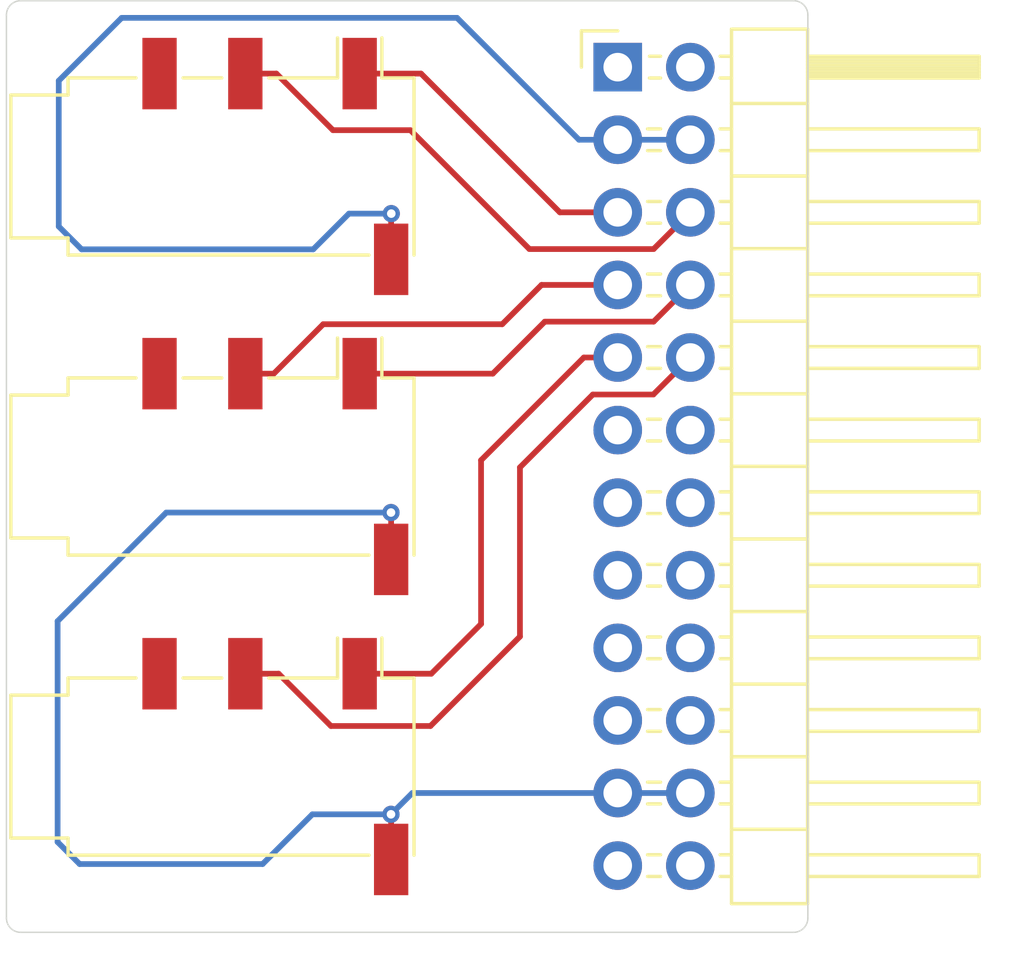
<source format=kicad_pcb>
(kicad_pcb (version 20240108) (generator "pcbnew") (generator_version "8.0")
  (layers (0 "F.Cu" signal) (31 "B.Cu" signal) (34 "B.Paste" user) (35 "F.Paste" user) (36 "B.SilkS" user "B.Silkscreen") (37 "F.SilkS" user "F.Silkscreen") (38 "B.Mask" user) (39 "F.Mask" user) (44 "Edge.Cuts" user))
  (net 0 "")
  (net 1 "/IN6-")
  (net 2 "/IN0+")
  (net 3 "/IN7+")
  (net 4 "/IN7-")
  (net 5 "/IN3-")
  (net 6 "/SDA{slash}A4")
  (net 7 "/IN0-")
  (net 8 "/IN5-")
  (net 9 "/IN5+")
  (net 10 "VIN")
  (net 11 "/IN4-")
  (net 12 "GND")
  (net 13 "/IN1+")
  (net 14 "/IN2+")
  (net 15 "/IN2-")
  (net 16 "/SCL{slash}A5")
  (net 17 "/IN6+")
  (net 18 "/A0")
  (net 19 "/IN3+")
  (net 20 "/IN4+")
  (net 21 "/IN1-")
  (footprint "Connector_PinHeader_2.54mm:PinHeader_2x12_P2.54mm_Horizontal" (layer "F.Cu") (at 142.85 126.025)
    (property "Reference" "J1" (hide yes))
    (property "Value" "Conn_02x12_Odd_Even")
    (fp_line (start -1.27 -1.27) (end 0 -1.27) (stroke (width 0.12)) (layer "F.SilkS"))
    (fp_line (start -1.27 0) (end -1.27 -1.27) (stroke (width 0.12)) (layer "F.SilkS"))
    (fp_line (start 1.042929 2.16) (end 1.497071 2.16) (stroke (width 0.12)) (layer "F.SilkS"))
    (fp_line (start 1.042929 2.92) (end 1.497071 2.92) (stroke (width 0.12)) (layer "F.SilkS"))
    (fp_line (start 1.042929 4.7) (end 1.497071 4.7) (stroke (width 0.12)) (layer "F.SilkS"))
    (fp_line (start 1.042929 5.46) (end 1.497071 5.46) (stroke (width 0.12)) (layer "F.SilkS"))
    (fp_line (start 1.042929 7.24) (end 1.497071 7.24) (stroke (width 0.12)) (layer "F.SilkS"))
    (fp_line (start 1.042929 8) (end 1.497071 8) (stroke (width 0.12)) (layer "F.SilkS"))
    (fp_line (start 1.042929 9.78) (end 1.497071 9.78) (stroke (width 0.12)) (layer "F.SilkS"))
    (fp_line (start 1.042929 10.54) (end 1.497071 10.54) (stroke (width 0.12)) (layer "F.SilkS"))
    (fp_line (start 1.042929 12.32) (end 1.497071 12.32) (stroke (width 0.12)) (layer "F.SilkS"))
    (fp_line (start 1.042929 13.08) (end 1.497071 13.08) (stroke (width 0.12)) (layer "F.SilkS"))
    (fp_line (start 1.042929 14.86) (end 1.497071 14.86) (stroke (width 0.12)) (layer "F.SilkS"))
    (fp_line (start 1.042929 15.62) (end 1.497071 15.62) (stroke (width 0.12)) (layer "F.SilkS"))
    (fp_line (start 1.042929 17.4) (end 1.497071 17.4) (stroke (width 0.12)) (layer "F.SilkS"))
    (fp_line (start 1.042929 18.16) (end 1.497071 18.16) (stroke (width 0.12)) (layer "F.SilkS"))
    (fp_line (start 1.042929 19.94) (end 1.497071 19.94) (stroke (width 0.12)) (layer "F.SilkS"))
    (fp_line (start 1.042929 20.7) (end 1.497071 20.7) (stroke (width 0.12)) (layer "F.SilkS"))
    (fp_line (start 1.042929 22.48) (end 1.497071 22.48) (stroke (width 0.12)) (layer "F.SilkS"))
    (fp_line (start 1.042929 23.24) (end 1.497071 23.24) (stroke (width 0.12)) (layer "F.SilkS"))
    (fp_line (start 1.042929 25.02) (end 1.497071 25.02) (stroke (width 0.12)) (layer "F.SilkS"))
    (fp_line (start 1.042929 25.78) (end 1.497071 25.78) (stroke (width 0.12)) (layer "F.SilkS"))
    (fp_line (start 1.042929 27.56) (end 1.497071 27.56) (stroke (width 0.12)) (layer "F.SilkS"))
    (fp_line (start 1.042929 28.32) (end 1.497071 28.32) (stroke (width 0.12)) (layer "F.SilkS"))
    (fp_line (start 1.11 -0.38) (end 1.497071 -0.38) (stroke (width 0.12)) (layer "F.SilkS"))
    (fp_line (start 1.11 0.38) (end 1.497071 0.38) (stroke (width 0.12)) (layer "F.SilkS"))
    (fp_line (start 3.582929 -0.38) (end 3.98 -0.38) (stroke (width 0.12)) (layer "F.SilkS"))
    (fp_line (start 3.582929 0.38) (end 3.98 0.38) (stroke (width 0.12)) (layer "F.SilkS"))
    (fp_line (start 3.582929 2.16) (end 3.98 2.16) (stroke (width 0.12)) (layer "F.SilkS"))
    (fp_line (start 3.582929 2.92) (end 3.98 2.92) (stroke (width 0.12)) (layer "F.SilkS"))
    (fp_line (start 3.582929 4.7) (end 3.98 4.7) (stroke (width 0.12)) (layer "F.SilkS"))
    (fp_line (start 3.582929 5.46) (end 3.98 5.46) (stroke (width 0.12)) (layer "F.SilkS"))
    (fp_line (start 3.582929 7.24) (end 3.98 7.24) (stroke (width 0.12)) (layer "F.SilkS"))
    (fp_line (start 3.582929 8) (end 3.98 8) (stroke (width 0.12)) (layer "F.SilkS"))
    (fp_line (start 3.582929 9.78) (end 3.98 9.78) (stroke (width 0.12)) (layer "F.SilkS"))
    (fp_line (start 3.582929 10.54) (end 3.98 10.54) (stroke (width 0.12)) (layer "F.SilkS"))
    (fp_line (start 3.582929 12.32) (end 3.98 12.32) (stroke (width 0.12)) (layer "F.SilkS"))
    (fp_line (start 3.582929 13.08) (end 3.98 13.08) (stroke (width 0.12)) (layer "F.SilkS"))
    (fp_line (start 3.582929 14.86) (end 3.98 14.86) (stroke (width 0.12)) (layer "F.SilkS"))
    (fp_line (start 3.582929 15.62) (end 3.98 15.62) (stroke (width 0.12)) (layer "F.SilkS"))
    (fp_line (start 3.582929 17.4) (end 3.98 17.4) (stroke (width 0.12)) (layer "F.SilkS"))
    (fp_line (start 3.582929 18.16) (end 3.98 18.16) (stroke (width 0.12)) (layer "F.SilkS"))
    (fp_line (start 3.582929 19.94) (end 3.98 19.94) (stroke (width 0.12)) (layer "F.SilkS"))
    (fp_line (start 3.582929 20.7) (end 3.98 20.7) (stroke (width 0.12)) (layer "F.SilkS"))
    (fp_line (start 3.582929 22.48) (end 3.98 22.48) (stroke (width 0.12)) (layer "F.SilkS"))
    (fp_line (start 3.582929 23.24) (end 3.98 23.24) (stroke (width 0.12)) (layer "F.SilkS"))
    (fp_line (start 3.582929 25.02) (end 3.98 25.02) (stroke (width 0.12)) (layer "F.SilkS"))
    (fp_line (start 3.582929 25.78) (end 3.98 25.78) (stroke (width 0.12)) (layer "F.SilkS"))
    (fp_line (start 3.582929 27.56) (end 3.98 27.56) (stroke (width 0.12)) (layer "F.SilkS"))
    (fp_line (start 3.582929 28.32) (end 3.98 28.32) (stroke (width 0.12)) (layer "F.SilkS"))
    (fp_line (start 3.98 -1.33) (end 3.98 29.27) (stroke (width 0.12)) (layer "F.SilkS"))
    (fp_line (start 3.98 1.27) (end 6.64 1.27) (stroke (width 0.12)) (layer "F.SilkS"))
    (fp_line (start 3.98 3.81) (end 6.64 3.81) (stroke (width 0.12)) (layer "F.SilkS"))
    (fp_line (start 3.98 6.35) (end 6.64 6.35) (stroke (width 0.12)) (layer "F.SilkS"))
    (fp_line (start 3.98 8.89) (end 6.64 8.89) (stroke (width 0.12)) (layer "F.SilkS"))
    (fp_line (start 3.98 11.43) (end 6.64 11.43) (stroke (width 0.12)) (layer "F.SilkS"))
    (fp_line (start 3.98 13.97) (end 6.64 13.97) (stroke (width 0.12)) (layer "F.SilkS"))
    (fp_line (start 3.98 16.51) (end 6.64 16.51) (stroke (width 0.12)) (layer "F.SilkS"))
    (fp_line (start 3.98 19.05) (end 6.64 19.05) (stroke (width 0.12)) (layer "F.SilkS"))
    (fp_line (start 3.98 21.59) (end 6.64 21.59) (stroke (width 0.12)) (layer "F.SilkS"))
    (fp_line (start 3.98 24.13) (end 6.64 24.13) (stroke (width 0.12)) (layer "F.SilkS"))
    (fp_line (start 3.98 26.67) (end 6.64 26.67) (stroke (width 0.12)) (layer "F.SilkS"))
    (fp_line (start 3.98 29.27) (end 6.64 29.27) (stroke (width 0.12)) (layer "F.SilkS"))
    (fp_line (start 6.64 -1.33) (end 3.98 -1.33) (stroke (width 0.12)) (layer "F.SilkS"))
    (fp_line (start 6.64 -0.38) (end 12.64 -0.38) (stroke (width 0.12)) (layer "F.SilkS"))
    (fp_line (start 6.64 -0.32) (end 12.64 -0.32) (stroke (width 0.12)) (layer "F.SilkS"))
    (fp_line (start 6.64 -0.2) (end 12.64 -0.2) (stroke (width 0.12)) (layer "F.SilkS"))
    (fp_line (start 6.64 -0.08) (end 12.64 -0.08) (stroke (width 0.12)) (layer "F.SilkS"))
    (fp_line (start 6.64 0.04) (end 12.64 0.04) (stroke (width 0.12)) (layer "F.SilkS"))
    (fp_line (start 6.64 0.16) (end 12.64 0.16) (stroke (width 0.12)) (layer "F.SilkS"))
    (fp_line (start 6.64 0.28) (end 12.64 0.28) (stroke (width 0.12)) (layer "F.SilkS"))
    (fp_line (start 6.64 2.16) (end 12.64 2.16) (stroke (width 0.12)) (layer "F.SilkS"))
    (fp_line (start 6.64 4.7) (end 12.64 4.7) (stroke (width 0.12)) (layer "F.SilkS"))
    (fp_line (start 6.64 7.24) (end 12.64 7.24) (stroke (width 0.12)) (layer "F.SilkS"))
    (fp_line (start 6.64 9.78) (end 12.64 9.78) (stroke (width 0.12)) (layer "F.SilkS"))
    (fp_line (start 6.64 12.32) (end 12.64 12.32) (stroke (width 0.12)) (layer "F.SilkS"))
    (fp_line (start 6.64 14.86) (end 12.64 14.86) (stroke (width 0.12)) (layer "F.SilkS"))
    (fp_line (start 6.64 17.4) (end 12.64 17.4) (stroke (width 0.12)) (layer "F.SilkS"))
    (fp_line (start 6.64 19.94) (end 12.64 19.94) (stroke (width 0.12)) (layer "F.SilkS"))
    (fp_line (start 6.64 22.48) (end 12.64 22.48) (stroke (width 0.12)) (layer "F.SilkS"))
    (fp_line (start 6.64 25.02) (end 12.64 25.02) (stroke (width 0.12)) (layer "F.SilkS"))
    (fp_line (start 6.64 27.56) (end 12.64 27.56) (stroke (width 0.12)) (layer "F.SilkS"))
    (fp_line (start 6.64 29.27) (end 6.64 -1.33) (stroke (width 0.12)) (layer "F.SilkS"))
    (fp_line (start 12.64 -0.38) (end 12.64 0.38) (stroke (width 0.12)) (layer "F.SilkS"))
    (fp_line (start 12.64 0.38) (end 6.64 0.38) (stroke (width 0.12)) (layer "F.SilkS"))
    (fp_line (start 12.64 2.16) (end 12.64 2.92) (stroke (width 0.12)) (layer "F.SilkS"))
    (fp_line (start 12.64 2.92) (end 6.64 2.92) (stroke (width 0.12)) (layer "F.SilkS"))
    (fp_line (start 12.64 4.7) (end 12.64 5.46) (stroke (width 0.12)) (layer "F.SilkS"))
    (fp_line (start 12.64 5.46) (end 6.64 5.46) (stroke (width 0.12)) (layer "F.SilkS"))
    (fp_line (start 12.64 7.24) (end 12.64 8) (stroke (width 0.12)) (layer "F.SilkS"))
    (fp_line (start 12.64 8) (end 6.64 8) (stroke (width 0.12)) (layer "F.SilkS"))
    (fp_line (start 12.64 9.78) (end 12.64 10.54) (stroke (width 0.12)) (layer "F.SilkS"))
    (fp_line (start 12.64 10.54) (end 6.64 10.54) (stroke (width 0.12)) (layer "F.SilkS"))
    (fp_line (start 12.64 12.32) (end 12.64 13.08) (stroke (width 0.12)) (layer "F.SilkS"))
    (fp_line (start 12.64 13.08) (end 6.64 13.08) (stroke (width 0.12)) (layer "F.SilkS"))
    (fp_line (start 12.64 14.86) (end 12.64 15.62) (stroke (width 0.12)) (layer "F.SilkS"))
    (fp_line (start 12.64 15.62) (end 6.64 15.62) (stroke (width 0.12)) (layer "F.SilkS"))
    (fp_line (start 12.64 17.4) (end 12.64 18.16) (stroke (width 0.12)) (layer "F.SilkS"))
    (fp_line (start 12.64 18.16) (end 6.64 18.16) (stroke (width 0.12)) (layer "F.SilkS"))
    (fp_line (start 12.64 19.94) (end 12.64 20.7) (stroke (width 0.12)) (layer "F.SilkS"))
    (fp_line (start 12.64 20.7) (end 6.64 20.7) (stroke (width 0.12)) (layer "F.SilkS"))
    (fp_line (start 12.64 22.48) (end 12.64 23.24) (stroke (width 0.12)) (layer "F.SilkS"))
    (fp_line (start 12.64 23.24) (end 6.64 23.24) (stroke (width 0.12)) (layer "F.SilkS"))
    (fp_line (start 12.64 25.02) (end 12.64 25.78) (stroke (width 0.12)) (layer "F.SilkS"))
    (fp_line (start 12.64 25.78) (end 6.64 25.78) (stroke (width 0.12)) (layer "F.SilkS"))
    (fp_line (start 12.64 27.56) (end 12.64 28.32) (stroke (width 0.12)) (layer "F.SilkS"))
    (fp_line (start 12.64 28.32) (end 6.64 28.32) (stroke (width 0.12)) (layer "F.SilkS"))
    (pad "1" thru_hole rect (at 0 0) (size 1.7 1.7) (drill 1) (layers "*.Cu" "*.Mask") (net 6 "/SDA{slash}A4"))
    (pad "2" thru_hole oval (at 2.54 0) (size 1.7 1.7) (drill 1) (layers "*.Cu" "*.Mask") (net 16 "/SCL{slash}A5"))
    (pad "3" thru_hole oval (at 0 2.54) (size 1.7 1.7) (drill 1) (layers "*.Cu" "*.Mask") (net 12 "GND"))
    (pad "4" thru_hole oval (at 2.54 2.54) (size 1.7 1.7) (drill 1) (layers "*.Cu" "*.Mask") (net 12 "GND"))
    (pad "5" thru_hole oval (at 0 5.08) (size 1.7 1.7) (drill 1) (layers "*.Cu" "*.Mask") (net 2 "/IN0+"))
    (pad "6" thru_hole oval (at 2.54 5.08) (size 1.7 1.7) (drill 1) (layers "*.Cu" "*.Mask") (net 7 "/IN0-"))
    (pad "7" thru_hole oval (at 0 7.62) (size 1.7 1.7) (drill 1) (layers "*.Cu" "*.Mask") (net 21 "/IN1-"))
    (pad "8" thru_hole oval (at 2.54 7.62) (size 1.7 1.7) (drill 1) (layers "*.Cu" "*.Mask") (net 13 "/IN1+"))
    (pad "9" thru_hole oval (at 0 10.16) (size 1.7 1.7) (drill 1) (layers "*.Cu" "*.Mask") (net 14 "/IN2+"))
    (pad "10" thru_hole oval (at 2.54 10.16) (size 1.7 1.7) (drill 1) (layers "*.Cu" "*.Mask") (net 15 "/IN2-"))
    (pad "11" thru_hole oval (at 0 12.7) (size 1.7 1.7) (drill 1) (layers "*.Cu" "*.Mask") (net 5 "/IN3-"))
    (pad "12" thru_hole oval (at 2.54 12.7) (size 1.7 1.7) (drill 1) (layers "*.Cu" "*.Mask") (net 19 "/IN3+"))
    (pad "13" thru_hole oval (at 0 15.24) (size 1.7 1.7) (drill 1) (layers "*.Cu" "*.Mask") (net 20 "/IN4+"))
    (pad "14" thru_hole oval (at 2.54 15.24) (size 1.7 1.7) (drill 1) (layers "*.Cu" "*.Mask") (net 11 "/IN4-"))
    (pad "15" thru_hole oval (at 0 17.78) (size 1.7 1.7) (drill 1) (layers "*.Cu" "*.Mask") (net 8 "/IN5-"))
    (pad "16" thru_hole oval (at 2.54 17.78) (size 1.7 1.7) (drill 1) (layers "*.Cu" "*.Mask") (net 9 "/IN5+"))
    (pad "17" thru_hole oval (at 0 20.32) (size 1.7 1.7) (drill 1) (layers "*.Cu" "*.Mask") (net 17 "/IN6+"))
    (pad "18" thru_hole oval (at 2.54 20.32) (size 1.7 1.7) (drill 1) (layers "*.Cu" "*.Mask") (net 1 "/IN6-"))
    (pad "19" thru_hole oval (at 0 22.86) (size 1.7 1.7) (drill 1) (layers "*.Cu" "*.Mask") (net 4 "/IN7-"))
    (pad "20" thru_hole oval (at 2.54 22.86) (size 1.7 1.7) (drill 1) (layers "*.Cu" "*.Mask") (net 3 "/IN7+"))
    (pad "21" thru_hole oval (at 0 25.4) (size 1.7 1.7) (drill 1) (layers "*.Cu" "*.Mask") (net 12 "GND"))
    (pad "22" thru_hole oval (at 2.54 25.4) (size 1.7 1.7) (drill 1) (layers "*.Cu" "*.Mask") (net 12 "GND"))
    (pad "23" thru_hole oval (at 0 27.94) (size 1.7 1.7) (drill 1) (layers "*.Cu" "*.Mask") (net 18 "/A0"))
    (pad "24" thru_hole oval (at 2.54 27.94) (size 1.7 1.7) (drill 1) (layers "*.Cu" "*.Mask") (net 10 "VIN"))
  )
  (footprint "Connector_Audio:Jack_3.5mm_PJ320D_Horizontal" (layer "F.Cu") (at 130 140)
    (property "Reference" "J3" (hide yes))
    (property "Value" "AudioJack4")
    (fp_line (start -8.375 -2.5) (end -8.375 2.5) (stroke (width 0.12)) (layer "F.SilkS"))
    (fp_line (start -6.375 -3.1) (end -6.375 -2.5) (stroke (width 0.12)) (layer "F.SilkS"))
    (fp_line (start -6.375 -3.1) (end -4 -3.1) (stroke (width 0.12)) (layer "F.SilkS"))
    (fp_line (start -6.375 -2.5) (end -8.375 -2.5) (stroke (width 0.12)) (layer "F.SilkS"))
    (fp_line (start -6.375 2.5) (end -8.375 2.5) (stroke (width 0.12)) (layer "F.SilkS"))
    (fp_line (start -6.375 2.5) (end -6.375 3.1) (stroke (width 0.12)) (layer "F.SilkS"))
    (fp_line (start -2.35 -3.1) (end -1 -3.1) (stroke (width 0.12)) (layer "F.SilkS"))
    (fp_line (start 0.65 -3.1) (end 3.05 -3.1) (stroke (width 0.12)) (layer "F.SilkS"))
    (fp_line (start 3.05 -3.1) (end 3.05 -4.5) (stroke (width 0.12)) (layer "F.SilkS"))
    (fp_line (start 4.15 3.1) (end -6.375 3.1) (stroke (width 0.12)) (layer "F.SilkS"))
    (fp_line (start 4.6 -3.1) (end 4.6 -4.5) (stroke (width 0.12)) (layer "F.SilkS"))
    (fp_line (start 4.6 -3.1) (end 5.725 -3.1) (stroke (width 0.12)) (layer "F.SilkS"))
    (fp_line (start 5.725 3.1) (end 5.725 -3.1) (stroke (width 0.12)) (layer "F.SilkS"))
    (pad "" np_thru_hole circle (at -4.775 0) (size 1.5 1.5) (drill 1.5) (layers "*.Cu" "*.Mask"))
    (pad "" np_thru_hole circle (at 2.225 0) (size 1.5 1.5) (drill 1.5) (layers "*.Cu" "*.Mask"))
    (pad "R1" smd rect (at -0.175 -3.25) (size 1.2 2.5) (layers "F.Cu" "F.Paste" "F.Mask") (net 21 "/IN1-"))
    (pad "R2" smd rect (at -3.175 -3.25) (size 1.2 2.5) (layers "F.Cu" "F.Paste" "F.Mask"))
    (pad "S" smd rect (at 4.925 3.25) (size 1.2 2.5) (layers "F.Cu" "F.Paste" "F.Mask") (net 12 "GND"))
    (pad "T" smd rect (at 3.825 -3.25) (size 1.2 2.5) (layers "F.Cu" "F.Paste" "F.Mask") (net 13 "/IN1+"))
  )
  (footprint "Connector_Audio:Jack_3.5mm_PJ320D_Horizontal" (layer "F.Cu") (at 130 129.5)
    (property "Reference" "J2" (hide yes))
    (property "Value" "AudioJack4")
    (fp_line (start -8.375 -2.5) (end -8.375 2.5) (stroke (width 0.12)) (layer "F.SilkS"))
    (fp_line (start -6.375 -3.1) (end -6.375 -2.5) (stroke (width 0.12)) (layer "F.SilkS"))
    (fp_line (start -6.375 -3.1) (end -4 -3.1) (stroke (width 0.12)) (layer "F.SilkS"))
    (fp_line (start -6.375 -2.5) (end -8.375 -2.5) (stroke (width 0.12)) (layer "F.SilkS"))
    (fp_line (start -6.375 2.5) (end -8.375 2.5) (stroke (width 0.12)) (layer "F.SilkS"))
    (fp_line (start -6.375 2.5) (end -6.375 3.1) (stroke (width 0.12)) (layer "F.SilkS"))
    (fp_line (start -2.35 -3.1) (end -1 -3.1) (stroke (width 0.12)) (layer "F.SilkS"))
    (fp_line (start 0.65 -3.1) (end 3.05 -3.1) (stroke (width 0.12)) (layer "F.SilkS"))
    (fp_line (start 3.05 -3.1) (end 3.05 -4.5) (stroke (width 0.12)) (layer "F.SilkS"))
    (fp_line (start 4.15 3.1) (end -6.375 3.1) (stroke (width 0.12)) (layer "F.SilkS"))
    (fp_line (start 4.6 -3.1) (end 4.6 -4.5) (stroke (width 0.12)) (layer "F.SilkS"))
    (fp_line (start 4.6 -3.1) (end 5.725 -3.1) (stroke (width 0.12)) (layer "F.SilkS"))
    (fp_line (start 5.725 3.1) (end 5.725 -3.1) (stroke (width 0.12)) (layer "F.SilkS"))
    (pad "" np_thru_hole circle (at -4.775 0) (size 1.5 1.5) (drill 1.5) (layers "*.Cu" "*.Mask"))
    (pad "" np_thru_hole circle (at 2.225 0) (size 1.5 1.5) (drill 1.5) (layers "*.Cu" "*.Mask"))
    (pad "R1" smd rect (at -0.175 -3.25) (size 1.2 2.5) (layers "F.Cu" "F.Paste" "F.Mask") (net 7 "/IN0-"))
    (pad "R2" smd rect (at -3.175 -3.25) (size 1.2 2.5) (layers "F.Cu" "F.Paste" "F.Mask"))
    (pad "S" smd rect (at 4.925 3.25) (size 1.2 2.5) (layers "F.Cu" "F.Paste" "F.Mask") (net 12 "GND"))
    (pad "T" smd rect (at 3.825 -3.25) (size 1.2 2.5) (layers "F.Cu" "F.Paste" "F.Mask") (net 2 "/IN0+"))
  )
  (footprint "Connector_Audio:Jack_3.5mm_PJ320D_Horizontal" (layer "F.Cu") (at 130 150.5)
    (property "Reference" "J4" (hide yes))
    (property "Value" "AudioJack4")
    (fp_line (start -8.375 -2.5) (end -8.375 2.5) (stroke (width 0.12)) (layer "F.SilkS"))
    (fp_line (start -6.375 -3.1) (end -6.375 -2.5) (stroke (width 0.12)) (layer "F.SilkS"))
    (fp_line (start -6.375 -3.1) (end -4 -3.1) (stroke (width 0.12)) (layer "F.SilkS"))
    (fp_line (start -6.375 -2.5) (end -8.375 -2.5) (stroke (width 0.12)) (layer "F.SilkS"))
    (fp_line (start -6.375 2.5) (end -8.375 2.5) (stroke (width 0.12)) (layer "F.SilkS"))
    (fp_line (start -6.375 2.5) (end -6.375 3.1) (stroke (width 0.12)) (layer "F.SilkS"))
    (fp_line (start -2.35 -3.1) (end -1 -3.1) (stroke (width 0.12)) (layer "F.SilkS"))
    (fp_line (start 0.65 -3.1) (end 3.05 -3.1) (stroke (width 0.12)) (layer "F.SilkS"))
    (fp_line (start 3.05 -3.1) (end 3.05 -4.5) (stroke (width 0.12)) (layer "F.SilkS"))
    (fp_line (start 4.15 3.1) (end -6.375 3.1) (stroke (width 0.12)) (layer "F.SilkS"))
    (fp_line (start 4.6 -3.1) (end 4.6 -4.5) (stroke (width 0.12)) (layer "F.SilkS"))
    (fp_line (start 4.6 -3.1) (end 5.725 -3.1) (stroke (width 0.12)) (layer "F.SilkS"))
    (fp_line (start 5.725 3.1) (end 5.725 -3.1) (stroke (width 0.12)) (layer "F.SilkS"))
    (pad "" np_thru_hole circle (at -4.775 0) (size 1.5 1.5) (drill 1.5) (layers "*.Cu" "*.Mask"))
    (pad "" np_thru_hole circle (at 2.225 0) (size 1.5 1.5) (drill 1.5) (layers "*.Cu" "*.Mask"))
    (pad "R1" smd rect (at -0.175 -3.25) (size 1.2 2.5) (layers "F.Cu" "F.Paste" "F.Mask") (net 15 "/IN2-"))
    (pad "R2" smd rect (at -3.175 -3.25) (size 1.2 2.5) (layers "F.Cu" "F.Paste" "F.Mask"))
    (pad "S" smd rect (at 4.925 3.25) (size 1.2 2.5) (layers "F.Cu" "F.Paste" "F.Mask") (net 12 "GND"))
    (pad "T" smd rect (at 3.825 -3.25) (size 1.2 2.5) (layers "F.Cu" "F.Paste" "F.Mask") (net 14 "/IN2+"))
  )
  (gr_arc (start 149.5 155.8) (mid 149.353553 156.153553) (end 149 156.3) (stroke (width 0.05)) (layer "Edge.Cuts"))
  (gr_line (start 149 156.3) (end 121.97 156.3) (stroke (width 0.05)) (layer "Edge.Cuts"))
  (gr_arc (start 121.47 124.2) (mid 121.616447 123.846447) (end 121.97 123.7) (stroke (width 0.05)) (layer "Edge.Cuts"))
  (gr_arc (start 149 123.7) (mid 149.353553 123.846447) (end 149.5 124.2) (stroke (width 0.05)) (layer "Edge.Cuts"))
  (gr_line (start 149.5 124.2) (end 149.5 155.8) (stroke (width 0.05)) (layer "Edge.Cuts"))
  (gr_line (start 121.97 123.7) (end 149 123.7) (stroke (width 0.05)) (layer "Edge.Cuts"))
  (gr_arc (start 121.97 156.3) (mid 121.616447 156.153553) (end 121.47 155.8) (stroke (width 0.05)) (layer "Edge.Cuts"))
  (gr_line (start 121.47 155.8) (end 121.47 124.2) (stroke (width 0.05)) (layer "Edge.Cuts"))
  (segment (start 135.97 126.25) (end 140.825 131.105) (width 0.2) (layer "F.Cu") (net 2))
  (segment (start 140.825 131.105) (end 142.85 131.105) (width 0.2) (layer "F.Cu") (net 2))
  (segment (start 133.825 126.25) (end 135.97 126.25) (width 0.2) (layer "F.Cu") (net 2))
  (segment (start 135.6 128.23) (end 139.76 132.39) (width 0.2) (layer "F.Cu") (net 7))
  (segment (start 129.825 126.25) (end 130.91 126.25) (width 0.2) (layer "F.Cu") (net 7))
  (segment (start 130.91 126.25) (end 132.89 128.23) (width 0.2) (layer "F.Cu") (net 7))
  (segment (start 132.89 128.23) (end 135.6 128.23) (width 0.2) (layer "F.Cu") (net 7))
  (segment (start 144.105 132.39) (end 145.39 131.105) (width 0.2) (layer "F.Cu") (net 7))
  (segment (start 139.76 132.39) (end 144.105 132.39) (width 0.2) (layer "F.Cu") (net 7))
  (segment (start 134.925 153.75) (end 134.925 152.175) (width 0.2) (layer "F.Cu") (net 12))
  (segment (start 134.925 131.155) (end 134.93 131.15) (width 0.2) (layer "F.Cu") (net 12))
  (segment (start 134.925 141.615) (end 134.92 141.61) (width 0.2) (layer "F.Cu") (net 12))
  (segment (start 134.925 152.175) (end 134.92 152.17) (width 0.2) (layer "F.Cu") (net 12))
  (segment (start 134.925 132.75) (end 134.925 131.155) (width 0.2) (layer "F.Cu") (net 12))
  (segment (start 134.925 143.25) (end 134.925 141.615) (width 0.2) (layer "F.Cu") (net 12))
  (via (at 134.92 152.17) (size 0.6) (drill 0.3) (layers "F.Cu" "B.Cu") (net 12))
  (via (at 134.92 141.61) (size 0.6) (drill 0.3) (layers "F.Cu" "B.Cu") (net 12))
  (via (at 134.93 131.15) (size 0.6) (drill 0.3) (layers "F.Cu" "B.Cu") (net 12))
  (segment (start 135.665 151.425) (end 142.85 151.425) (width 0.2) (layer "B.Cu") (net 12))
  (segment (start 145.39 151.425) (end 142.85 151.425) (width 0.2) (layer "B.Cu") (net 12))
  (segment (start 145.39 128.565) (end 142.85 128.565) (width 0.2) (layer "B.Cu") (net 12))
  (segment (start 123.3 126.5) (end 123.3 131.6) (width 0.2) (layer "B.Cu") (net 12))
  (segment (start 132.2 132.4) (end 133.45 131.15) (width 0.2) (layer "B.Cu") (net 12))
  (segment (start 130.43 153.91) (end 132.17 152.17) (width 0.2) (layer "B.Cu") (net 12))
  (segment (start 134.92 141.61) (end 127.06 141.61) (width 0.2) (layer "B.Cu") (net 12))
  (segment (start 133.45 131.15) (end 134.93 131.15) (width 0.2) (layer "B.Cu") (net 12))
  (segment (start 141.495 128.565) (end 137.23 124.3) (width 0.2) (layer "B.Cu") (net 12))
  (segment (start 132.17 152.17) (end 134.92 152.17) (width 0.2) (layer "B.Cu") (net 12))
  (segment (start 123.3 131.6) (end 124.1 132.4) (width 0.2) (layer "B.Cu") (net 12))
  (segment (start 125.5 124.3) (end 123.3 126.5) (width 0.2) (layer "B.Cu") (net 12))
  (segment (start 124.03 153.91) (end 130.43 153.91) (width 0.2) (layer "B.Cu") (net 12))
  (segment (start 127.06 141.61) (end 123.26 145.41) (width 0.2) (layer "B.Cu") (net 12))
  (segment (start 124.1 132.4) (end 132.2 132.4) (width 0.2) (layer "B.Cu") (net 12))
  (segment (start 123.26 145.41) (end 123.26 153.14) (width 0.2) (layer "B.Cu") (net 12))
  (segment (start 123.26 153.14) (end 124.03 153.91) (width 0.2) (layer "B.Cu") (net 12))
  (segment (start 137.23 124.3) (end 125.5 124.3) (width 0.2) (layer "B.Cu") (net 12))
  (segment (start 142.85 128.565) (end 141.495 128.565) (width 0.2) (layer "B.Cu") (net 12))
  (segment (start 134.92 152.17) (end 135.665 151.425) (width 0.2) (layer "B.Cu") (net 12))
  (segment (start 133.825 136.75) (end 138.48 136.75) (width 0.2) (layer "F.Cu") (net 13))
  (segment (start 144.105 134.93) (end 145.39 133.645) (width 0.2) (layer "F.Cu") (net 13))
  (segment (start 140.3 134.93) (end 144.105 134.93) (width 0.2) (layer "F.Cu") (net 13))
  (segment (start 138.48 136.75) (end 140.3 134.93) (width 0.2) (layer "F.Cu") (net 13))
  (segment (start 138.07 139.78) (end 141.665 136.185) (width 0.2) (layer "F.Cu") (net 14))
  (segment (start 141.665 136.185) (end 142.85 136.185) (width 0.2) (layer "F.Cu") (net 14))
  (segment (start 138.07 145.51) (end 138.07 139.78) (width 0.2) (layer "F.Cu") (net 14))
  (segment (start 136.33 147.25) (end 138.07 145.51) (width 0.2) (layer "F.Cu") (net 14))
  (segment (start 133.825 147.25) (end 136.33 147.25) (width 0.2) (layer "F.Cu") (net 14))
  (segment (start 141.98 137.48) (end 144.095 137.48) (width 0.2) (layer "F.Cu") (net 15))
  (segment (start 144.095 137.48) (end 145.39 136.185) (width 0.2) (layer "F.Cu") (net 15))
  (segment (start 139.43 145.95) (end 139.43 140.03) (width 0.2) (layer "F.Cu") (net 15))
  (segment (start 130.99 147.25) (end 132.82 149.08) (width 0.2) (layer "F.Cu") (net 15))
  (segment (start 132.82 149.08) (end 136.3 149.08) (width 0.2) (layer "F.Cu") (net 15))
  (segment (start 129.825 147.25) (end 130.99 147.25) (width 0.2) (layer "F.Cu") (net 15))
  (segment (start 139.43 140.03) (end 141.98 137.48) (width 0.2) (layer "F.Cu") (net 15))
  (segment (start 136.3 149.08) (end 139.43 145.95) (width 0.2) (layer "F.Cu") (net 15))
  (segment (start 132.55 135.02) (end 138.81 135.02) (width 0.2) (layer "F.Cu") (net 21))
  (segment (start 130.82 136.75) (end 132.55 135.02) (width 0.2) (layer "F.Cu") (net 21))
  (segment (start 140.185 133.645) (end 142.85 133.645) (width 0.2) (layer "F.Cu") (net 21))
  (segment (start 129.825 136.75) (end 130.82 136.75) (width 0.2) (layer "F.Cu") (net 21))
  (segment (start 138.81 135.02) (end 140.185 133.645) (width 0.2) (layer "F.Cu") (net 21))
)
</source>
